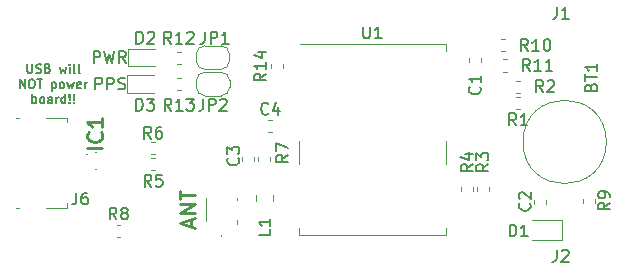
<source format=gbr>
G04 #@! TF.GenerationSoftware,KiCad,Pcbnew,(5.1.4)-1*
G04 #@! TF.CreationDate,2019-12-26T22:32:10-05:00*
G04 #@! TF.ProjectId,Feather-NEO-M9N-GPS,46656174-6865-4722-9d4e-454f2d4d394e,rev?*
G04 #@! TF.SameCoordinates,Original*
G04 #@! TF.FileFunction,Legend,Top*
G04 #@! TF.FilePolarity,Positive*
%FSLAX46Y46*%
G04 Gerber Fmt 4.6, Leading zero omitted, Abs format (unit mm)*
G04 Created by KiCad (PCBNEW (5.1.4)-1) date 2019-12-26 22:32:10*
%MOMM*%
%LPD*%
G04 APERTURE LIST*
%ADD10C,0.150000*%
%ADD11C,0.120000*%
%ADD12C,0.050000*%
%ADD13C,0.100000*%
%ADD14C,0.254000*%
G04 APERTURE END LIST*
D10*
X135459624Y-82118460D02*
X135459624Y-81118460D01*
X135840577Y-81118460D01*
X135935815Y-81166080D01*
X135983434Y-81213699D01*
X136031053Y-81308937D01*
X136031053Y-81451794D01*
X135983434Y-81547032D01*
X135935815Y-81594651D01*
X135840577Y-81642270D01*
X135459624Y-81642270D01*
X136459624Y-82118460D02*
X136459624Y-81118460D01*
X136840577Y-81118460D01*
X136935815Y-81166080D01*
X136983434Y-81213699D01*
X137031053Y-81308937D01*
X137031053Y-81451794D01*
X136983434Y-81547032D01*
X136935815Y-81594651D01*
X136840577Y-81642270D01*
X136459624Y-81642270D01*
X137412005Y-82070841D02*
X137554862Y-82118460D01*
X137792958Y-82118460D01*
X137888196Y-82070841D01*
X137935815Y-82023222D01*
X137983434Y-81927984D01*
X137983434Y-81832746D01*
X137935815Y-81737508D01*
X137888196Y-81689889D01*
X137792958Y-81642270D01*
X137602481Y-81594651D01*
X137507243Y-81547032D01*
X137459624Y-81499413D01*
X137412005Y-81404175D01*
X137412005Y-81308937D01*
X137459624Y-81213699D01*
X137507243Y-81166080D01*
X137602481Y-81118460D01*
X137840577Y-81118460D01*
X137983434Y-81166080D01*
X135313586Y-79868020D02*
X135313586Y-78868020D01*
X135694539Y-78868020D01*
X135789777Y-78915640D01*
X135837396Y-78963259D01*
X135885015Y-79058497D01*
X135885015Y-79201354D01*
X135837396Y-79296592D01*
X135789777Y-79344211D01*
X135694539Y-79391830D01*
X135313586Y-79391830D01*
X136218348Y-78868020D02*
X136456443Y-79868020D01*
X136646920Y-79153735D01*
X136837396Y-79868020D01*
X137075491Y-78868020D01*
X138027872Y-79868020D02*
X137694539Y-79391830D01*
X137456443Y-79868020D02*
X137456443Y-78868020D01*
X137837396Y-78868020D01*
X137932634Y-78915640D01*
X137980253Y-78963259D01*
X138027872Y-79058497D01*
X138027872Y-79201354D01*
X137980253Y-79296592D01*
X137932634Y-79344211D01*
X137837396Y-79391830D01*
X137456443Y-79391830D01*
X129680371Y-79970205D02*
X129680371Y-80577348D01*
X129716085Y-80648777D01*
X129751800Y-80684491D01*
X129823228Y-80720205D01*
X129966085Y-80720205D01*
X130037514Y-80684491D01*
X130073228Y-80648777D01*
X130108942Y-80577348D01*
X130108942Y-79970205D01*
X130430371Y-80684491D02*
X130537514Y-80720205D01*
X130716085Y-80720205D01*
X130787514Y-80684491D01*
X130823228Y-80648777D01*
X130858942Y-80577348D01*
X130858942Y-80505920D01*
X130823228Y-80434491D01*
X130787514Y-80398777D01*
X130716085Y-80363062D01*
X130573228Y-80327348D01*
X130501800Y-80291634D01*
X130466085Y-80255920D01*
X130430371Y-80184491D01*
X130430371Y-80113062D01*
X130466085Y-80041634D01*
X130501800Y-80005920D01*
X130573228Y-79970205D01*
X130751800Y-79970205D01*
X130858942Y-80005920D01*
X131430371Y-80327348D02*
X131537514Y-80363062D01*
X131573228Y-80398777D01*
X131608942Y-80470205D01*
X131608942Y-80577348D01*
X131573228Y-80648777D01*
X131537514Y-80684491D01*
X131466085Y-80720205D01*
X131180371Y-80720205D01*
X131180371Y-79970205D01*
X131430371Y-79970205D01*
X131501800Y-80005920D01*
X131537514Y-80041634D01*
X131573228Y-80113062D01*
X131573228Y-80184491D01*
X131537514Y-80255920D01*
X131501800Y-80291634D01*
X131430371Y-80327348D01*
X131180371Y-80327348D01*
X132430371Y-80220205D02*
X132573228Y-80720205D01*
X132716085Y-80363062D01*
X132858942Y-80720205D01*
X133001800Y-80220205D01*
X133287514Y-80720205D02*
X133287514Y-80220205D01*
X133287514Y-79970205D02*
X133251800Y-80005920D01*
X133287514Y-80041634D01*
X133323228Y-80005920D01*
X133287514Y-79970205D01*
X133287514Y-80041634D01*
X133751800Y-80720205D02*
X133680371Y-80684491D01*
X133644657Y-80613062D01*
X133644657Y-79970205D01*
X134144657Y-80720205D02*
X134073228Y-80684491D01*
X134037514Y-80613062D01*
X134037514Y-79970205D01*
X129073228Y-81995205D02*
X129073228Y-81245205D01*
X129501800Y-81995205D01*
X129501800Y-81245205D01*
X130001800Y-81245205D02*
X130144657Y-81245205D01*
X130216085Y-81280920D01*
X130287514Y-81352348D01*
X130323228Y-81495205D01*
X130323228Y-81745205D01*
X130287514Y-81888062D01*
X130216085Y-81959491D01*
X130144657Y-81995205D01*
X130001800Y-81995205D01*
X129930371Y-81959491D01*
X129858942Y-81888062D01*
X129823228Y-81745205D01*
X129823228Y-81495205D01*
X129858942Y-81352348D01*
X129930371Y-81280920D01*
X130001800Y-81245205D01*
X130537514Y-81245205D02*
X130966085Y-81245205D01*
X130751800Y-81995205D02*
X130751800Y-81245205D01*
X131787514Y-81495205D02*
X131787514Y-82245205D01*
X131787514Y-81530920D02*
X131858942Y-81495205D01*
X132001800Y-81495205D01*
X132073228Y-81530920D01*
X132108942Y-81566634D01*
X132144657Y-81638062D01*
X132144657Y-81852348D01*
X132108942Y-81923777D01*
X132073228Y-81959491D01*
X132001800Y-81995205D01*
X131858942Y-81995205D01*
X131787514Y-81959491D01*
X132573228Y-81995205D02*
X132501800Y-81959491D01*
X132466085Y-81923777D01*
X132430371Y-81852348D01*
X132430371Y-81638062D01*
X132466085Y-81566634D01*
X132501800Y-81530920D01*
X132573228Y-81495205D01*
X132680371Y-81495205D01*
X132751800Y-81530920D01*
X132787514Y-81566634D01*
X132823228Y-81638062D01*
X132823228Y-81852348D01*
X132787514Y-81923777D01*
X132751800Y-81959491D01*
X132680371Y-81995205D01*
X132573228Y-81995205D01*
X133073228Y-81495205D02*
X133216085Y-81995205D01*
X133358942Y-81638062D01*
X133501800Y-81995205D01*
X133644657Y-81495205D01*
X134216085Y-81959491D02*
X134144657Y-81995205D01*
X134001800Y-81995205D01*
X133930371Y-81959491D01*
X133894657Y-81888062D01*
X133894657Y-81602348D01*
X133930371Y-81530920D01*
X134001800Y-81495205D01*
X134144657Y-81495205D01*
X134216085Y-81530920D01*
X134251800Y-81602348D01*
X134251800Y-81673777D01*
X133894657Y-81745205D01*
X134573228Y-81995205D02*
X134573228Y-81495205D01*
X134573228Y-81638062D02*
X134608942Y-81566634D01*
X134644657Y-81530920D01*
X134716085Y-81495205D01*
X134787514Y-81495205D01*
X130108942Y-83270205D02*
X130108942Y-82520205D01*
X130108942Y-82805920D02*
X130180371Y-82770205D01*
X130323228Y-82770205D01*
X130394657Y-82805920D01*
X130430371Y-82841634D01*
X130466085Y-82913062D01*
X130466085Y-83127348D01*
X130430371Y-83198777D01*
X130394657Y-83234491D01*
X130323228Y-83270205D01*
X130180371Y-83270205D01*
X130108942Y-83234491D01*
X130894657Y-83270205D02*
X130823228Y-83234491D01*
X130787514Y-83198777D01*
X130751800Y-83127348D01*
X130751800Y-82913062D01*
X130787514Y-82841634D01*
X130823228Y-82805920D01*
X130894657Y-82770205D01*
X131001800Y-82770205D01*
X131073228Y-82805920D01*
X131108942Y-82841634D01*
X131144657Y-82913062D01*
X131144657Y-83127348D01*
X131108942Y-83198777D01*
X131073228Y-83234491D01*
X131001800Y-83270205D01*
X130894657Y-83270205D01*
X131787514Y-83270205D02*
X131787514Y-82877348D01*
X131751800Y-82805920D01*
X131680371Y-82770205D01*
X131537514Y-82770205D01*
X131466085Y-82805920D01*
X131787514Y-83234491D02*
X131716085Y-83270205D01*
X131537514Y-83270205D01*
X131466085Y-83234491D01*
X131430371Y-83163062D01*
X131430371Y-83091634D01*
X131466085Y-83020205D01*
X131537514Y-82984491D01*
X131716085Y-82984491D01*
X131787514Y-82948777D01*
X132144657Y-83270205D02*
X132144657Y-82770205D01*
X132144657Y-82913062D02*
X132180371Y-82841634D01*
X132216085Y-82805920D01*
X132287514Y-82770205D01*
X132358942Y-82770205D01*
X132930371Y-83270205D02*
X132930371Y-82520205D01*
X132930371Y-83234491D02*
X132858942Y-83270205D01*
X132716085Y-83270205D01*
X132644657Y-83234491D01*
X132608942Y-83198777D01*
X132573228Y-83127348D01*
X132573228Y-82913062D01*
X132608942Y-82841634D01*
X132644657Y-82805920D01*
X132716085Y-82770205D01*
X132858942Y-82770205D01*
X132930371Y-82805920D01*
X133287514Y-83198777D02*
X133323228Y-83234491D01*
X133287514Y-83270205D01*
X133251800Y-83234491D01*
X133287514Y-83198777D01*
X133287514Y-83270205D01*
X133287514Y-82984491D02*
X133251800Y-82555920D01*
X133287514Y-82520205D01*
X133323228Y-82555920D01*
X133287514Y-82984491D01*
X133287514Y-82520205D01*
X133644657Y-83198777D02*
X133680371Y-83234491D01*
X133644657Y-83270205D01*
X133608942Y-83234491D01*
X133644657Y-83198777D01*
X133644657Y-83270205D01*
X133644657Y-82984491D02*
X133608942Y-82555920D01*
X133644657Y-82520205D01*
X133680371Y-82555920D01*
X133644657Y-82984491D01*
X133644657Y-82520205D01*
D11*
X165112400Y-93847300D02*
X165112400Y-94447300D01*
X165112400Y-78237300D02*
X165112400Y-78847300D01*
X152692400Y-93847300D02*
X152692400Y-94457300D01*
X152802400Y-78237300D02*
X165112400Y-78237300D01*
X152692400Y-94457300D02*
X165112400Y-94457300D01*
X165112400Y-86447300D02*
X165112400Y-88447300D01*
X152692400Y-86447300D02*
X152692400Y-88447300D01*
D12*
X134773440Y-87617680D02*
G75*
G02X134723440Y-87617680I-25000J0D01*
G01*
X134723440Y-87617680D02*
G75*
G02X134773440Y-87617680I25000J0D01*
G01*
D13*
X135473440Y-88842680D02*
X135523440Y-88842680D01*
X135473440Y-87392680D02*
X135523440Y-87392680D01*
X135423440Y-88842680D02*
X135473440Y-88842680D01*
X135423440Y-87392680D02*
X135473440Y-87392680D01*
D12*
X134723440Y-87617680D02*
X134723440Y-87617680D01*
X134773440Y-87617680D02*
X134773440Y-87617680D01*
D13*
X146138900Y-94452800D02*
G75*
G03X146138900Y-94552800I0J-50000D01*
G01*
X146138900Y-94552800D02*
G75*
G03X146138900Y-94452800I0J50000D01*
G01*
X146138900Y-94552800D02*
X146138900Y-94552800D01*
X146138900Y-94452800D02*
X146138900Y-94452800D01*
X147438900Y-91502800D02*
X147438900Y-91300800D01*
X147438900Y-93195800D02*
X147438900Y-93502800D01*
X144838900Y-93252800D02*
X144838900Y-91300800D01*
D11*
X128707840Y-84510880D02*
X128967840Y-84510880D01*
X131247840Y-84510880D02*
X133017840Y-84510880D01*
X133017840Y-84510880D02*
X133017840Y-84890880D01*
X133017840Y-92130880D02*
X131247840Y-92130880D01*
X128967840Y-92130880D02*
X128707840Y-92130880D01*
X133017840Y-92130880D02*
X133017840Y-91750880D01*
X151386000Y-80294699D02*
X151386000Y-79969141D01*
X150366000Y-80294699D02*
X150366000Y-79969141D01*
X142366941Y-82155760D02*
X142692499Y-82155760D01*
X142366941Y-81135760D02*
X142692499Y-81135760D01*
X142361701Y-79940880D02*
X142687259Y-79940880D01*
X142361701Y-78920880D02*
X142687259Y-78920880D01*
X170322459Y-79576200D02*
X169996901Y-79576200D01*
X170322459Y-80596200D02*
X169996901Y-80596200D01*
X170164979Y-77843920D02*
X169839421Y-77843920D01*
X170164979Y-78863920D02*
X169839421Y-78863920D01*
X176741360Y-91422001D02*
X176741360Y-91747559D01*
X177761360Y-91422001D02*
X177761360Y-91747559D01*
X137251221Y-94611920D02*
X137576779Y-94611920D01*
X137251221Y-93591920D02*
X137576779Y-93591920D01*
X149248400Y-87835521D02*
X149248400Y-88161079D01*
X150268400Y-87835521D02*
X150268400Y-88161079D01*
X140513019Y-86591680D02*
X140187461Y-86591680D01*
X140513019Y-87611680D02*
X140187461Y-87611680D01*
X140523179Y-87948040D02*
X140197621Y-87948040D01*
X140523179Y-88968040D02*
X140197621Y-88968040D01*
X167446420Y-90688379D02*
X167446420Y-90362821D01*
X166426420Y-90688379D02*
X166426420Y-90362821D01*
X168802780Y-90688379D02*
X168802780Y-90362821D01*
X167782780Y-90688379D02*
X167782780Y-90362821D01*
X171424819Y-81379600D02*
X171099261Y-81379600D01*
X171424819Y-82399600D02*
X171099261Y-82399600D01*
X171409579Y-82756280D02*
X171084021Y-82756280D01*
X171409579Y-83776280D02*
X171084021Y-83776280D01*
X150103621Y-85727000D02*
X150429179Y-85727000D01*
X150103621Y-84707000D02*
X150429179Y-84707000D01*
X147902200Y-87835521D02*
X147902200Y-88161079D01*
X148922200Y-87835521D02*
X148922200Y-88161079D01*
X172626560Y-91447401D02*
X172626560Y-91772959D01*
X173646560Y-91447401D02*
X173646560Y-91772959D01*
X167069040Y-79491621D02*
X167069040Y-79817179D01*
X168089040Y-79491621D02*
X168089040Y-79817179D01*
X146120080Y-82645760D02*
X144720080Y-82645760D01*
X144020080Y-81945760D02*
X144020080Y-81345760D01*
X144720080Y-80645760D02*
X146120080Y-80645760D01*
X146820080Y-81345760D02*
X146820080Y-81945760D01*
X146820080Y-81945760D02*
G75*
G02X146120080Y-82645760I-700000J0D01*
G01*
X146120080Y-80645760D02*
G75*
G02X146820080Y-81345760I0J-700000D01*
G01*
X144020080Y-81345760D02*
G75*
G02X144720080Y-80645760I700000J0D01*
G01*
X144720080Y-82645760D02*
G75*
G02X144020080Y-81945760I0J700000D01*
G01*
X146107380Y-80413100D02*
X144707380Y-80413100D01*
X144007380Y-79713100D02*
X144007380Y-79113100D01*
X144707380Y-78413100D02*
X146107380Y-78413100D01*
X146807380Y-79113100D02*
X146807380Y-79713100D01*
X146807380Y-79713100D02*
G75*
G02X146107380Y-80413100I-700000J0D01*
G01*
X146107380Y-78413100D02*
G75*
G02X146807380Y-79113100I0J-700000D01*
G01*
X144007380Y-79113100D02*
G75*
G02X144707380Y-78413100I700000J0D01*
G01*
X144707380Y-80413100D02*
G75*
G02X144007380Y-79713100I0J700000D01*
G01*
X138174360Y-82380760D02*
X140459360Y-82380760D01*
X138174360Y-80910760D02*
X138174360Y-82380760D01*
X140459360Y-80910760D02*
X138174360Y-80910760D01*
X138181980Y-80148100D02*
X140466980Y-80148100D01*
X138181980Y-78678100D02*
X138181980Y-80148100D01*
X140466980Y-78678100D02*
X138181980Y-78678100D01*
X174941360Y-94873180D02*
X172391360Y-94873180D01*
X174941360Y-93173180D02*
X172391360Y-93173180D01*
X174941360Y-94873180D02*
X174941360Y-93173180D01*
X178723960Y-86559380D02*
G75*
G03X178723960Y-86559380I-3530000J0D01*
G01*
X150468400Y-91558878D02*
X150468400Y-91041722D01*
X149048400Y-91558878D02*
X149048400Y-91041722D01*
D10*
X158140495Y-76799680D02*
X158140495Y-77609204D01*
X158188114Y-77704442D01*
X158235733Y-77752061D01*
X158330971Y-77799680D01*
X158521447Y-77799680D01*
X158616685Y-77752061D01*
X158664304Y-77704442D01*
X158711923Y-77609204D01*
X158711923Y-76799680D01*
X159711923Y-77799680D02*
X159140495Y-77799680D01*
X159426209Y-77799680D02*
X159426209Y-76799680D01*
X159330971Y-76942538D01*
X159235733Y-77037776D01*
X159140495Y-77085395D01*
D14*
X136042883Y-87071441D02*
X134772883Y-87071441D01*
X135921931Y-85740965D02*
X135982407Y-85801441D01*
X136042883Y-85982870D01*
X136042883Y-86103822D01*
X135982407Y-86285251D01*
X135861455Y-86406203D01*
X135740502Y-86466680D01*
X135498598Y-86527156D01*
X135317169Y-86527156D01*
X135075264Y-86466680D01*
X134954312Y-86406203D01*
X134833360Y-86285251D01*
X134772883Y-86103822D01*
X134772883Y-85982870D01*
X134833360Y-85801441D01*
X134893836Y-85740965D01*
X136042883Y-84531441D02*
X136042883Y-85257156D01*
X136042883Y-84894299D02*
X134772883Y-84894299D01*
X134954312Y-85015251D01*
X135075264Y-85136203D01*
X135135740Y-85257156D01*
X143569266Y-93709308D02*
X143569266Y-93104546D01*
X143932123Y-93830260D02*
X142662123Y-93406927D01*
X143932123Y-92983594D01*
X143932123Y-92560260D02*
X142662123Y-92560260D01*
X143932123Y-91834546D01*
X142662123Y-91834546D01*
X142662123Y-91411213D02*
X142662123Y-90685499D01*
X143932123Y-91048356D02*
X142662123Y-91048356D01*
D10*
X133849786Y-90851740D02*
X133849786Y-91566026D01*
X133802167Y-91708883D01*
X133706929Y-91804121D01*
X133564072Y-91851740D01*
X133468834Y-91851740D01*
X134754548Y-90851740D02*
X134564072Y-90851740D01*
X134468834Y-90899360D01*
X134421215Y-90946979D01*
X134325977Y-91089836D01*
X134278358Y-91280312D01*
X134278358Y-91661264D01*
X134325977Y-91756502D01*
X134373596Y-91804121D01*
X134468834Y-91851740D01*
X134659310Y-91851740D01*
X134754548Y-91804121D01*
X134802167Y-91756502D01*
X134849786Y-91661264D01*
X134849786Y-91423169D01*
X134802167Y-91327931D01*
X134754548Y-91280312D01*
X134659310Y-91232693D01*
X134468834Y-91232693D01*
X134373596Y-91280312D01*
X134325977Y-91327931D01*
X134278358Y-91423169D01*
X149898380Y-80774777D02*
X149422190Y-81108110D01*
X149898380Y-81346205D02*
X148898380Y-81346205D01*
X148898380Y-80965253D01*
X148946000Y-80870015D01*
X148993619Y-80822396D01*
X149088857Y-80774777D01*
X149231714Y-80774777D01*
X149326952Y-80822396D01*
X149374571Y-80870015D01*
X149422190Y-80965253D01*
X149422190Y-81346205D01*
X149898380Y-79822396D02*
X149898380Y-80393824D01*
X149898380Y-80108110D02*
X148898380Y-80108110D01*
X149041238Y-80203348D01*
X149136476Y-80298586D01*
X149184095Y-80393824D01*
X149231714Y-78965253D02*
X149898380Y-78965253D01*
X148850761Y-79203348D02*
X149565047Y-79441443D01*
X149565047Y-78822396D01*
X141886702Y-83898140D02*
X141553369Y-83421950D01*
X141315274Y-83898140D02*
X141315274Y-82898140D01*
X141696226Y-82898140D01*
X141791464Y-82945760D01*
X141839083Y-82993379D01*
X141886702Y-83088617D01*
X141886702Y-83231474D01*
X141839083Y-83326712D01*
X141791464Y-83374331D01*
X141696226Y-83421950D01*
X141315274Y-83421950D01*
X142839083Y-83898140D02*
X142267655Y-83898140D01*
X142553369Y-83898140D02*
X142553369Y-82898140D01*
X142458131Y-83040998D01*
X142362893Y-83136236D01*
X142267655Y-83183855D01*
X143172417Y-82898140D02*
X143791464Y-82898140D01*
X143458131Y-83279093D01*
X143600988Y-83279093D01*
X143696226Y-83326712D01*
X143743845Y-83374331D01*
X143791464Y-83469569D01*
X143791464Y-83707664D01*
X143743845Y-83802902D01*
X143696226Y-83850521D01*
X143600988Y-83898140D01*
X143315274Y-83898140D01*
X143220036Y-83850521D01*
X143172417Y-83802902D01*
X141881062Y-78244960D02*
X141547729Y-77768770D01*
X141309634Y-78244960D02*
X141309634Y-77244960D01*
X141690586Y-77244960D01*
X141785824Y-77292580D01*
X141833443Y-77340199D01*
X141881062Y-77435437D01*
X141881062Y-77578294D01*
X141833443Y-77673532D01*
X141785824Y-77721151D01*
X141690586Y-77768770D01*
X141309634Y-77768770D01*
X142833443Y-78244960D02*
X142262015Y-78244960D01*
X142547729Y-78244960D02*
X142547729Y-77244960D01*
X142452491Y-77387818D01*
X142357253Y-77483056D01*
X142262015Y-77530675D01*
X143214396Y-77340199D02*
X143262015Y-77292580D01*
X143357253Y-77244960D01*
X143595348Y-77244960D01*
X143690586Y-77292580D01*
X143738205Y-77340199D01*
X143785824Y-77435437D01*
X143785824Y-77530675D01*
X143738205Y-77673532D01*
X143166777Y-78244960D01*
X143785824Y-78244960D01*
X172244782Y-80533500D02*
X171911449Y-80057310D01*
X171673354Y-80533500D02*
X171673354Y-79533500D01*
X172054306Y-79533500D01*
X172149544Y-79581120D01*
X172197163Y-79628739D01*
X172244782Y-79723977D01*
X172244782Y-79866834D01*
X172197163Y-79962072D01*
X172149544Y-80009691D01*
X172054306Y-80057310D01*
X171673354Y-80057310D01*
X173197163Y-80533500D02*
X172625735Y-80533500D01*
X172911449Y-80533500D02*
X172911449Y-79533500D01*
X172816211Y-79676358D01*
X172720973Y-79771596D01*
X172625735Y-79819215D01*
X174149544Y-80533500D02*
X173578116Y-80533500D01*
X173863830Y-80533500D02*
X173863830Y-79533500D01*
X173768592Y-79676358D01*
X173673354Y-79771596D01*
X173578116Y-79819215D01*
X172077142Y-78862180D02*
X171743809Y-78385990D01*
X171505714Y-78862180D02*
X171505714Y-77862180D01*
X171886666Y-77862180D01*
X171981904Y-77909800D01*
X172029523Y-77957419D01*
X172077142Y-78052657D01*
X172077142Y-78195514D01*
X172029523Y-78290752D01*
X171981904Y-78338371D01*
X171886666Y-78385990D01*
X171505714Y-78385990D01*
X173029523Y-78862180D02*
X172458095Y-78862180D01*
X172743809Y-78862180D02*
X172743809Y-77862180D01*
X172648571Y-78005038D01*
X172553333Y-78100276D01*
X172458095Y-78147895D01*
X173648571Y-77862180D02*
X173743809Y-77862180D01*
X173839047Y-77909800D01*
X173886666Y-77957419D01*
X173934285Y-78052657D01*
X173981904Y-78243133D01*
X173981904Y-78481228D01*
X173934285Y-78671704D01*
X173886666Y-78766942D01*
X173839047Y-78814561D01*
X173743809Y-78862180D01*
X173648571Y-78862180D01*
X173553333Y-78814561D01*
X173505714Y-78766942D01*
X173458095Y-78671704D01*
X173410476Y-78481228D01*
X173410476Y-78243133D01*
X173458095Y-78052657D01*
X173505714Y-77957419D01*
X173553333Y-77909800D01*
X173648571Y-77862180D01*
X179024540Y-91700646D02*
X178548350Y-92033980D01*
X179024540Y-92272075D02*
X178024540Y-92272075D01*
X178024540Y-91891122D01*
X178072160Y-91795884D01*
X178119779Y-91748265D01*
X178215017Y-91700646D01*
X178357874Y-91700646D01*
X178453112Y-91748265D01*
X178500731Y-91795884D01*
X178548350Y-91891122D01*
X178548350Y-92272075D01*
X179024540Y-91224456D02*
X179024540Y-91033980D01*
X178976921Y-90938741D01*
X178929302Y-90891122D01*
X178786445Y-90795884D01*
X178595969Y-90748265D01*
X178215017Y-90748265D01*
X178119779Y-90795884D01*
X178072160Y-90843503D01*
X178024540Y-90938741D01*
X178024540Y-91129218D01*
X178072160Y-91224456D01*
X178119779Y-91272075D01*
X178215017Y-91319694D01*
X178453112Y-91319694D01*
X178548350Y-91272075D01*
X178595969Y-91224456D01*
X178643588Y-91129218D01*
X178643588Y-90938741D01*
X178595969Y-90843503D01*
X178548350Y-90795884D01*
X178453112Y-90748265D01*
X137247333Y-93124300D02*
X136914000Y-92648110D01*
X136675904Y-93124300D02*
X136675904Y-92124300D01*
X137056857Y-92124300D01*
X137152095Y-92171920D01*
X137199714Y-92219539D01*
X137247333Y-92314777D01*
X137247333Y-92457634D01*
X137199714Y-92552872D01*
X137152095Y-92600491D01*
X137056857Y-92648110D01*
X136675904Y-92648110D01*
X137818761Y-92552872D02*
X137723523Y-92505253D01*
X137675904Y-92457634D01*
X137628285Y-92362396D01*
X137628285Y-92314777D01*
X137675904Y-92219539D01*
X137723523Y-92171920D01*
X137818761Y-92124300D01*
X138009238Y-92124300D01*
X138104476Y-92171920D01*
X138152095Y-92219539D01*
X138199714Y-92314777D01*
X138199714Y-92362396D01*
X138152095Y-92457634D01*
X138104476Y-92505253D01*
X138009238Y-92552872D01*
X137818761Y-92552872D01*
X137723523Y-92600491D01*
X137675904Y-92648110D01*
X137628285Y-92743348D01*
X137628285Y-92933824D01*
X137675904Y-93029062D01*
X137723523Y-93076681D01*
X137818761Y-93124300D01*
X138009238Y-93124300D01*
X138104476Y-93076681D01*
X138152095Y-93029062D01*
X138199714Y-92933824D01*
X138199714Y-92743348D01*
X138152095Y-92648110D01*
X138104476Y-92600491D01*
X138009238Y-92552872D01*
X151760180Y-87644266D02*
X151283990Y-87977600D01*
X151760180Y-88215695D02*
X150760180Y-88215695D01*
X150760180Y-87834742D01*
X150807800Y-87739504D01*
X150855419Y-87691885D01*
X150950657Y-87644266D01*
X151093514Y-87644266D01*
X151188752Y-87691885D01*
X151236371Y-87739504D01*
X151283990Y-87834742D01*
X151283990Y-88215695D01*
X150760180Y-87310933D02*
X150760180Y-86644266D01*
X151760180Y-87072838D01*
X140183573Y-86271360D02*
X139850240Y-85795170D01*
X139612144Y-86271360D02*
X139612144Y-85271360D01*
X139993097Y-85271360D01*
X140088335Y-85318980D01*
X140135954Y-85366599D01*
X140183573Y-85461837D01*
X140183573Y-85604694D01*
X140135954Y-85699932D01*
X140088335Y-85747551D01*
X139993097Y-85795170D01*
X139612144Y-85795170D01*
X141040716Y-85271360D02*
X140850240Y-85271360D01*
X140755001Y-85318980D01*
X140707382Y-85366599D01*
X140612144Y-85509456D01*
X140564525Y-85699932D01*
X140564525Y-86080884D01*
X140612144Y-86176122D01*
X140659763Y-86223741D01*
X140755001Y-86271360D01*
X140945478Y-86271360D01*
X141040716Y-86223741D01*
X141088335Y-86176122D01*
X141135954Y-86080884D01*
X141135954Y-85842789D01*
X141088335Y-85747551D01*
X141040716Y-85699932D01*
X140945478Y-85652313D01*
X140755001Y-85652313D01*
X140659763Y-85699932D01*
X140612144Y-85747551D01*
X140564525Y-85842789D01*
X140193733Y-90340420D02*
X139860400Y-89864230D01*
X139622304Y-90340420D02*
X139622304Y-89340420D01*
X140003257Y-89340420D01*
X140098495Y-89388040D01*
X140146114Y-89435659D01*
X140193733Y-89530897D01*
X140193733Y-89673754D01*
X140146114Y-89768992D01*
X140098495Y-89816611D01*
X140003257Y-89864230D01*
X139622304Y-89864230D01*
X141098495Y-89340420D02*
X140622304Y-89340420D01*
X140574685Y-89816611D01*
X140622304Y-89768992D01*
X140717542Y-89721373D01*
X140955638Y-89721373D01*
X141050876Y-89768992D01*
X141098495Y-89816611D01*
X141146114Y-89911849D01*
X141146114Y-90149944D01*
X141098495Y-90245182D01*
X141050876Y-90292801D01*
X140955638Y-90340420D01*
X140717542Y-90340420D01*
X140622304Y-90292801D01*
X140574685Y-90245182D01*
X167419280Y-88431666D02*
X166943090Y-88765000D01*
X167419280Y-89003095D02*
X166419280Y-89003095D01*
X166419280Y-88622142D01*
X166466900Y-88526904D01*
X166514519Y-88479285D01*
X166609757Y-88431666D01*
X166752614Y-88431666D01*
X166847852Y-88479285D01*
X166895471Y-88526904D01*
X166943090Y-88622142D01*
X166943090Y-89003095D01*
X166752614Y-87574523D02*
X167419280Y-87574523D01*
X166371661Y-87812619D02*
X167085947Y-88050714D01*
X167085947Y-87431666D01*
X168727380Y-88431666D02*
X168251190Y-88765000D01*
X168727380Y-89003095D02*
X167727380Y-89003095D01*
X167727380Y-88622142D01*
X167775000Y-88526904D01*
X167822619Y-88479285D01*
X167917857Y-88431666D01*
X168060714Y-88431666D01*
X168155952Y-88479285D01*
X168203571Y-88526904D01*
X168251190Y-88622142D01*
X168251190Y-89003095D01*
X167727380Y-88098333D02*
X167727380Y-87479285D01*
X168108333Y-87812619D01*
X168108333Y-87669761D01*
X168155952Y-87574523D01*
X168203571Y-87526904D01*
X168298809Y-87479285D01*
X168536904Y-87479285D01*
X168632142Y-87526904D01*
X168679761Y-87574523D01*
X168727380Y-87669761D01*
X168727380Y-87955476D01*
X168679761Y-88050714D01*
X168632142Y-88098333D01*
X173371213Y-82316580D02*
X173037880Y-81840390D01*
X172799784Y-82316580D02*
X172799784Y-81316580D01*
X173180737Y-81316580D01*
X173275975Y-81364200D01*
X173323594Y-81411819D01*
X173371213Y-81507057D01*
X173371213Y-81649914D01*
X173323594Y-81745152D01*
X173275975Y-81792771D01*
X173180737Y-81840390D01*
X172799784Y-81840390D01*
X173752165Y-81411819D02*
X173799784Y-81364200D01*
X173895022Y-81316580D01*
X174133118Y-81316580D01*
X174228356Y-81364200D01*
X174275975Y-81411819D01*
X174323594Y-81507057D01*
X174323594Y-81602295D01*
X174275975Y-81745152D01*
X173704546Y-82316580D01*
X174323594Y-82316580D01*
X171080133Y-85148660D02*
X170746800Y-84672470D01*
X170508704Y-85148660D02*
X170508704Y-84148660D01*
X170889657Y-84148660D01*
X170984895Y-84196280D01*
X171032514Y-84243899D01*
X171080133Y-84339137D01*
X171080133Y-84481994D01*
X171032514Y-84577232D01*
X170984895Y-84624851D01*
X170889657Y-84672470D01*
X170508704Y-84672470D01*
X172032514Y-85148660D02*
X171461085Y-85148660D01*
X171746800Y-85148660D02*
X171746800Y-84148660D01*
X171651561Y-84291518D01*
X171556323Y-84386756D01*
X171461085Y-84434375D01*
X150099733Y-84144142D02*
X150052114Y-84191761D01*
X149909257Y-84239380D01*
X149814019Y-84239380D01*
X149671161Y-84191761D01*
X149575923Y-84096523D01*
X149528304Y-84001285D01*
X149480685Y-83810809D01*
X149480685Y-83667952D01*
X149528304Y-83477476D01*
X149575923Y-83382238D01*
X149671161Y-83287000D01*
X149814019Y-83239380D01*
X149909257Y-83239380D01*
X150052114Y-83287000D01*
X150099733Y-83334619D01*
X150956876Y-83572714D02*
X150956876Y-84239380D01*
X150718780Y-83191761D02*
X150480685Y-83906047D01*
X151099733Y-83906047D01*
X147537442Y-87898266D02*
X147585061Y-87945885D01*
X147632680Y-88088742D01*
X147632680Y-88183980D01*
X147585061Y-88326838D01*
X147489823Y-88422076D01*
X147394585Y-88469695D01*
X147204109Y-88517314D01*
X147061252Y-88517314D01*
X146870776Y-88469695D01*
X146775538Y-88422076D01*
X146680300Y-88326838D01*
X146632680Y-88183980D01*
X146632680Y-88088742D01*
X146680300Y-87945885D01*
X146727919Y-87898266D01*
X146632680Y-87564933D02*
X146632680Y-86945885D01*
X147013633Y-87279219D01*
X147013633Y-87136361D01*
X147061252Y-87041123D01*
X147108871Y-86993504D01*
X147204109Y-86945885D01*
X147442204Y-86945885D01*
X147537442Y-86993504D01*
X147585061Y-87041123D01*
X147632680Y-87136361D01*
X147632680Y-87422076D01*
X147585061Y-87517314D01*
X147537442Y-87564933D01*
X172223702Y-91751446D02*
X172271321Y-91799065D01*
X172318940Y-91941922D01*
X172318940Y-92037160D01*
X172271321Y-92180018D01*
X172176083Y-92275256D01*
X172080845Y-92322875D01*
X171890369Y-92370494D01*
X171747512Y-92370494D01*
X171557036Y-92322875D01*
X171461798Y-92275256D01*
X171366560Y-92180018D01*
X171318940Y-92037160D01*
X171318940Y-91941922D01*
X171366560Y-91799065D01*
X171414179Y-91751446D01*
X171414179Y-91370494D02*
X171366560Y-91322875D01*
X171318940Y-91227637D01*
X171318940Y-90989541D01*
X171366560Y-90894303D01*
X171414179Y-90846684D01*
X171509417Y-90799065D01*
X171604655Y-90799065D01*
X171747512Y-90846684D01*
X172318940Y-91418113D01*
X172318940Y-90799065D01*
X167992062Y-81898786D02*
X168039681Y-81946405D01*
X168087300Y-82089262D01*
X168087300Y-82184500D01*
X168039681Y-82327358D01*
X167944443Y-82422596D01*
X167849205Y-82470215D01*
X167658729Y-82517834D01*
X167515872Y-82517834D01*
X167325396Y-82470215D01*
X167230158Y-82422596D01*
X167134920Y-82327358D01*
X167087300Y-82184500D01*
X167087300Y-82089262D01*
X167134920Y-81946405D01*
X167182539Y-81898786D01*
X168087300Y-80946405D02*
X168087300Y-81517834D01*
X168087300Y-81232120D02*
X167087300Y-81232120D01*
X167230158Y-81327358D01*
X167325396Y-81422596D01*
X167373015Y-81517834D01*
X144586746Y-82898140D02*
X144586746Y-83612426D01*
X144539127Y-83755283D01*
X144443889Y-83850521D01*
X144301032Y-83898140D01*
X144205794Y-83898140D01*
X145062937Y-83898140D02*
X145062937Y-82898140D01*
X145443889Y-82898140D01*
X145539127Y-82945760D01*
X145586746Y-82993379D01*
X145634365Y-83088617D01*
X145634365Y-83231474D01*
X145586746Y-83326712D01*
X145539127Y-83374331D01*
X145443889Y-83421950D01*
X145062937Y-83421950D01*
X146015318Y-82993379D02*
X146062937Y-82945760D01*
X146158175Y-82898140D01*
X146396270Y-82898140D01*
X146491508Y-82945760D01*
X146539127Y-82993379D01*
X146586746Y-83088617D01*
X146586746Y-83183855D01*
X146539127Y-83326712D01*
X145967699Y-83898140D01*
X146586746Y-83898140D01*
X144739146Y-77227180D02*
X144739146Y-77941466D01*
X144691527Y-78084323D01*
X144596289Y-78179561D01*
X144453432Y-78227180D01*
X144358194Y-78227180D01*
X145215337Y-78227180D02*
X145215337Y-77227180D01*
X145596289Y-77227180D01*
X145691527Y-77274800D01*
X145739146Y-77322419D01*
X145786765Y-77417657D01*
X145786765Y-77560514D01*
X145739146Y-77655752D01*
X145691527Y-77703371D01*
X145596289Y-77750990D01*
X145215337Y-77750990D01*
X146739146Y-78227180D02*
X146167718Y-78227180D01*
X146453432Y-78227180D02*
X146453432Y-77227180D01*
X146358194Y-77370038D01*
X146262956Y-77465276D01*
X146167718Y-77512895D01*
X138921264Y-83898140D02*
X138921264Y-82898140D01*
X139159360Y-82898140D01*
X139302217Y-82945760D01*
X139397455Y-83040998D01*
X139445074Y-83136236D01*
X139492693Y-83326712D01*
X139492693Y-83469569D01*
X139445074Y-83660045D01*
X139397455Y-83755283D01*
X139302217Y-83850521D01*
X139159360Y-83898140D01*
X138921264Y-83898140D01*
X139826026Y-82898140D02*
X140445074Y-82898140D01*
X140111740Y-83279093D01*
X140254598Y-83279093D01*
X140349836Y-83326712D01*
X140397455Y-83374331D01*
X140445074Y-83469569D01*
X140445074Y-83707664D01*
X140397455Y-83802902D01*
X140349836Y-83850521D01*
X140254598Y-83898140D01*
X139968883Y-83898140D01*
X139873645Y-83850521D01*
X139826026Y-83802902D01*
X138931424Y-78227180D02*
X138931424Y-77227180D01*
X139169520Y-77227180D01*
X139312377Y-77274800D01*
X139407615Y-77370038D01*
X139455234Y-77465276D01*
X139502853Y-77655752D01*
X139502853Y-77798609D01*
X139455234Y-77989085D01*
X139407615Y-78084323D01*
X139312377Y-78179561D01*
X139169520Y-78227180D01*
X138931424Y-78227180D01*
X139883805Y-77322419D02*
X139931424Y-77274800D01*
X140026662Y-77227180D01*
X140264758Y-77227180D01*
X140359996Y-77274800D01*
X140407615Y-77322419D01*
X140455234Y-77417657D01*
X140455234Y-77512895D01*
X140407615Y-77655752D01*
X139836186Y-78227180D01*
X140455234Y-78227180D01*
X170544264Y-94551760D02*
X170544264Y-93551760D01*
X170782360Y-93551760D01*
X170925217Y-93599380D01*
X171020455Y-93694618D01*
X171068074Y-93789856D01*
X171115693Y-93980332D01*
X171115693Y-94123189D01*
X171068074Y-94313665D01*
X171020455Y-94408903D01*
X170925217Y-94504141D01*
X170782360Y-94551760D01*
X170544264Y-94551760D01*
X172068074Y-94551760D02*
X171496645Y-94551760D01*
X171782360Y-94551760D02*
X171782360Y-93551760D01*
X171687121Y-93694618D01*
X171591883Y-93789856D01*
X171496645Y-93837475D01*
X177408531Y-81905694D02*
X177456150Y-81762837D01*
X177503769Y-81715218D01*
X177599007Y-81667599D01*
X177741864Y-81667599D01*
X177837102Y-81715218D01*
X177884721Y-81762837D01*
X177932340Y-81858075D01*
X177932340Y-82239027D01*
X176932340Y-82239027D01*
X176932340Y-81905694D01*
X176979960Y-81810456D01*
X177027579Y-81762837D01*
X177122817Y-81715218D01*
X177218055Y-81715218D01*
X177313293Y-81762837D01*
X177360912Y-81810456D01*
X177408531Y-81905694D01*
X177408531Y-82239027D01*
X176932340Y-81381884D02*
X176932340Y-80810456D01*
X177932340Y-81096170D02*
X176932340Y-81096170D01*
X177932340Y-79953313D02*
X177932340Y-80524741D01*
X177932340Y-80239027D02*
X176932340Y-80239027D01*
X177075198Y-80334265D01*
X177170436Y-80429503D01*
X177218055Y-80524741D01*
X150274280Y-93943466D02*
X150274280Y-94419657D01*
X149274280Y-94419657D01*
X150274280Y-93086323D02*
X150274280Y-93657752D01*
X150274280Y-93372038D02*
X149274280Y-93372038D01*
X149417138Y-93467276D01*
X149512376Y-93562514D01*
X149559995Y-93657752D01*
X174545666Y-75118980D02*
X174545666Y-75833266D01*
X174498047Y-75976123D01*
X174402809Y-76071361D01*
X174259952Y-76118980D01*
X174164714Y-76118980D01*
X175545666Y-76118980D02*
X174974238Y-76118980D01*
X175259952Y-76118980D02*
X175259952Y-75118980D01*
X175164714Y-75261838D01*
X175069476Y-75357076D01*
X174974238Y-75404695D01*
X174525346Y-95698060D02*
X174525346Y-96412346D01*
X174477727Y-96555203D01*
X174382489Y-96650441D01*
X174239632Y-96698060D01*
X174144394Y-96698060D01*
X174953918Y-95793299D02*
X175001537Y-95745680D01*
X175096775Y-95698060D01*
X175334870Y-95698060D01*
X175430108Y-95745680D01*
X175477727Y-95793299D01*
X175525346Y-95888537D01*
X175525346Y-95983775D01*
X175477727Y-96126632D01*
X174906299Y-96698060D01*
X175525346Y-96698060D01*
M02*

</source>
